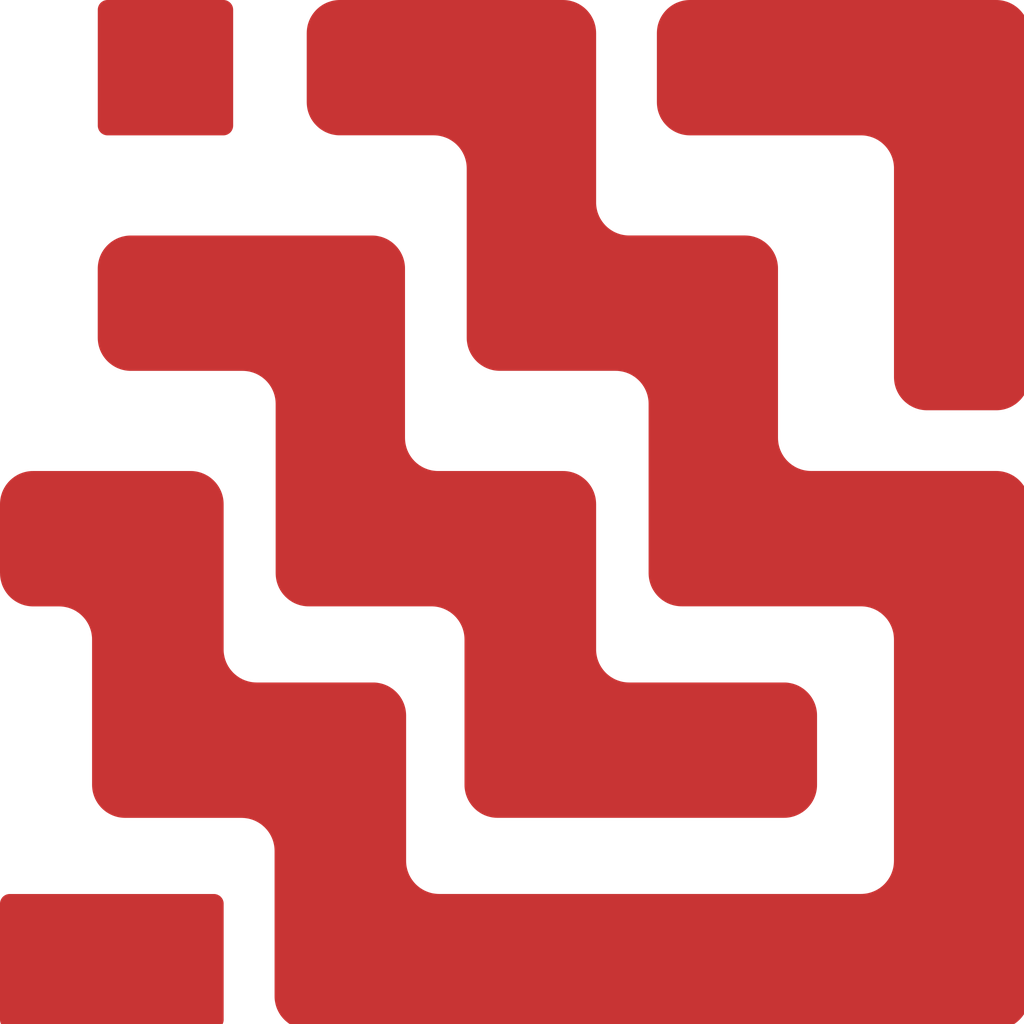
<source format=kicad_pcb>
(kicad_pcb (version 20241229) (generator "pcbnew") (generator_version "9.0")
  (layers (0 "F.Cu" signal) (2 "B.Cu" signal) (13 "F.Paste" user) (15 "B.Paste" user) (5 "F.SilkS" user "F.Silkscreen") (7 "B.SilkS" user "B.Silkscreen") (1 "F.Mask" user) (3 "B.Mask" user) (25 "Edge.Cuts" user))
  (net 0 "")
  (footprint "atopile_Logo_4x4mm:atopile_Logo_4x4mm" (layer "F.Cu") (at 0 0 0)
    (property "Reference" "LOGO1" (hide yes))
    (property "Value" "" (hide yes))
    (fp_poly (pts (xy -1 1.5) (xy -0.998085 1.500146) (xy -0.996198 1.500386) (xy -0.994341 1.500717) (xy -0.992517 1.501138) (xy -0.990728 1.501646) (xy -0.988976 1.502239) (xy -0.987264 1.502914) (xy -0.985594 1.503669) (xy -0.983968 1.504502) (xy -0.982389 1.50541) (xy -0.98086 1.50639) (xy -0.979382 1.507441) (xy -0.977957 1.508561) (xy -0.976589 1.509746) (xy -0.97528 1.510994) (xy -0.974031 1.512304) (xy -0.972846 1.513672) (xy -0.971727 1.515096) (xy -0.970676 1.516574) (xy -0.969695 1.518104) (xy -0.968787 1.519683) (xy -0.967955 1.521308) (xy -0.9672 1.522978) (xy -0.966525 1.524691) (xy -0.965932 1.526442) (xy -0.965424 1.528232) (xy -0.965003 1.530056) (xy -0.964671 1.531912) (xy -0.964431 1.533799) (xy -0.964286 1.535714) (xy -0.964237 1.537654) (xy -0.964237 1.986019) (xy -0.964286 1.98796) (xy -0.964431 1.989874) (xy -0.964671 1.991761) (xy -0.965003 1.993618) (xy -0.965424 1.995442) (xy -0.965932 1.997231) (xy -0.966525 1.998983) (xy -0.9672 2.000695) (xy -0.967955 2.002365) (xy -0.968787 2.003991) (xy -0.969695 2.00557) (xy -0.970676 2.0071) (xy -0.971727 2.008578) (xy -0.972846 2.010002) (xy -0.974031 2.01137) (xy -0.97528 2.01268) (xy -0.976589 2.013928) (xy -0.977957 2.015113) (xy -0.979382 2.016232) (xy -0.98086 2.017284) (xy -0.982389 2.018264) (xy -0.983968 2.019172) (xy -0.985594 2.020005) (xy -0.987264 2.02076) (xy -0.988976 2.021435) (xy -0.990728 2.022028) (xy -0.992517 2.022536) (xy -0.994341 2.022957) (xy -0.996198 2.023288) (xy -0.998085 2.023528) (xy -1 2.023673) (xy -1.00194 2.023723) (xy -1.792047 2.023723) (xy -1.793987 2.023673) (xy -1.795902 2.023528) (xy -1.797788 2.023288) (xy -1.799645 2.022957) (xy -1.801469 2.022536) (xy -1.803258 2.022028) (xy -1.80501 2.021435) (xy -1.806722 2.02076) (xy -1.808392 2.020005) (xy -1.810018 2.019172) (xy -1.811597 2.018264) (xy -1.813127 2.017284) (xy -1.814605 2.016232) (xy -1.816029 2.015113) (xy -1.817397 2.013928) (xy -1.818707 2.01268) (xy -1.819955 2.01137) (xy -1.82114 2.010002) (xy -1.822259 2.008578) (xy -1.823311 2.0071) (xy -1.824291 2.00557) (xy -1.825199 2.003991) (xy -1.826032 2.002365) (xy -1.826787 2.000695) (xy -1.827462 1.998983) (xy -1.828055 1.997231) (xy -1.828563 1.995442) (xy -1.828984 1.993618) (xy -1.829315 1.991761) (xy -1.829555 1.989874) (xy -1.829701 1.98796) (xy -1.82975 1.986019) (xy -1.82975 1.537654) (xy -1.829701 1.535714) (xy -1.829555 1.533799) (xy -1.829315 1.531912) (xy -1.828984 1.530056) (xy -1.828563 1.528232) (xy -1.828055 1.526442) (xy -1.827462 1.524691) (xy -1.826787 1.522978) (xy -1.826032 1.521308) (xy -1.825199 1.519683) (xy -1.824291 1.518104) (xy -1.823311 1.516574) (xy -1.822259 1.515096) (xy -1.82114 1.513672) (xy -1.819955 1.512304) (xy -1.818707 1.510994) (xy -1.817397 1.509746) (xy -1.816029 1.508561) (xy -1.814605 1.507441) (xy -1.813127 1.50639) (xy -1.811597 1.50541) (xy -1.810018 1.504502) (xy -1.808392 1.503669) (xy -1.806722 1.502914) (xy -1.80501 1.502239) (xy -1.803258 1.501646) (xy -1.801469 1.501138) (xy -1.799645 1.500717) (xy -1.797788 1.500386) (xy -1.795901 1.500146) (xy -1.793987 1.5) (xy -1.792047 1.499951) (xy -1.00194 1.499951)) (fill yes) (layers "F.Cu" "F.Mask"))
    (fp_poly (pts (xy -0.963353 -1.959337) (xy -0.961438 -1.959191) (xy -0.959551 -1.958952) (xy -0.957694 -1.95862) (xy -0.95587 -1.958199) (xy -0.954081 -1.957691) (xy -0.952329 -1.957098) (xy -0.950617 -1.956423) (xy -0.948947 -1.955668) (xy -0.947321 -1.954835) (xy -0.945742 -1.953928) (xy -0.944213 -1.952947) (xy -0.942734 -1.951896) (xy -0.94131 -1.950776) (xy -0.939942 -1.949591) (xy -0.938633 -1.948343) (xy -0.937384 -1.947034) (xy -0.936199 -1.945666) (xy -0.93508 -1.944241) (xy -0.934029 -1.942763) (xy -0.933048 -1.941233) (xy -0.93214 -1.939654) (xy -0.931308 -1.938029) (xy -0.930552 -1.936359) (xy -0.929877 -1.934647) (xy -0.929285 -1.932895) (xy -0.928777 -1.931106) (xy -0.928356 -1.929281) (xy -0.928024 -1.927425) (xy -0.927784 -1.925538) (xy -0.927639 -1.923623) (xy -0.92759 -1.921683) (xy -0.92759 -1.473317) (xy -0.927639 -1.471377) (xy -0.927784 -1.469462) (xy -0.928024 -1.467576) (xy -0.928356 -1.465719) (xy -0.928777 -1.463895) (xy -0.929285 -1.462106) (xy -0.929877 -1.460354) (xy -0.930553 -1.458642) (xy -0.931308 -1.456972) (xy -0.93214 -1.455346) (xy -0.933048 -1.453767) (xy -0.934029 -1.452237) (xy -0.93508 -1.450759) (xy -0.936199 -1.449335) (xy -0.937384 -1.447967) (xy -0.938633 -1.446657) (xy -0.939942 -1.445409) (xy -0.94131 -1.444224) (xy -0.942734 -1.443105) (xy -0.944213 -1.442053) (xy -0.945742 -1.441073) (xy -0.947321 -1.440165) (xy -0.948947 -1.439332) (xy -0.950617 -1.438577) (xy -0.952329 -1.437902) (xy -0.954081 -1.437309) (xy -0.95587 -1.436801) (xy -0.957694 -1.43638) (xy -0.959551 -1.436049) (xy -0.961438 -1.435809) (xy -0.963353 -1.435663) (xy -0.965293 -1.435614) (xy -1.413658 -1.435614) (xy -1.415598 -1.435663) (xy -1.417513 -1.435809) (xy -1.4194 -1.436049) (xy -1.421257 -1.43638) (xy -1.423081 -1.436801) (xy -1.42487 -1.437309) (xy -1.426622 -1.437902) (xy -1.428334 -1.438577) (xy -1.430004 -1.439332) (xy -1.43163 -1.440165) (xy -1.433209 -1.441073) (xy -1.434738 -1.442053) (xy -1.436217 -1.443105) (xy -1.437641 -1.444224) (xy -1.439009 -1.445409) (xy -1.440318 -1.446657) (xy -1.441567 -1.447967) (xy -1.442752 -1.449335) (xy -1.443871 -1.450759) (xy -1.444922 -1.452237) (xy -1.445903 -1.453767) (xy -1.446811 -1.455346) (xy -1.447643 -1.456972) (xy -1.448398 -1.458642) (xy -1.449074 -1.460354) (xy -1.449666 -1.462106) (xy -1.450174 -1.463895) (xy -1.450595 -1.465719) (xy -1.450927 -1.467576) (xy -1.451167 -1.469462) (xy -1.451312 -1.471377) (xy -1.451361 -1.473317) (xy -1.451361 -1.921683) (xy -1.451312 -1.923623) (xy -1.451167 -1.925538) (xy -1.450927 -1.927425) (xy -1.450595 -1.929281) (xy -1.450174 -1.931106) (xy -1.449666 -1.932895) (xy -1.449074 -1.934647) (xy -1.448398 -1.936359) (xy -1.447643 -1.938029) (xy -1.446811 -1.939654) (xy -1.445903 -1.941233) (xy -1.444922 -1.942763) (xy -1.443871 -1.944241) (xy -1.442752 -1.945666) (xy -1.441567 -1.947034) (xy -1.440318 -1.948343) (xy -1.439009 -1.949591) (xy -1.437641 -1.950776) (xy -1.436217 -1.951896) (xy -1.434738 -1.952947) (xy -1.433209 -1.953928) (xy -1.43163 -1.954835) (xy -1.430004 -1.955668) (xy -1.428334 -1.956423) (xy -1.426622 -1.957098) (xy -1.42487 -1.957691) (xy -1.423081 -1.958199) (xy -1.421257 -1.95862) (xy -1.4194 -1.958952) (xy -1.417513 -1.959191) (xy -1.415598 -1.959337) (xy -1.413658 -1.959386) (xy -0.965293 -1.959386)) (fill yes) (layers "F.Cu" "F.Mask"))
    (fp_poly (pts (xy 2.031772 -1.959219) (xy 2.038289 -1.958723) (xy 2.04471 -1.957907) (xy 2.051027 -1.956779) (xy 2.057233 -1.955346) (xy 2.063319 -1.953617) (xy 2.069278 -1.9516) (xy 2.075101 -1.949303) (xy 2.080781 -1.946734) (xy 2.086309 -1.943901) (xy 2.091677 -1.940812) (xy 2.096878 -1.937475) (xy 2.101903 -1.933899) (xy 2.106744 -1.930092) (xy 2.111394 -1.926061) (xy 2.115844 -1.921815) (xy 2.120086 -1.917361) (xy 2.124113 -1.912709) (xy 2.127916 -1.907865) (xy 2.131488 -1.902839) (xy 2.13482 -1.897637) (xy 2.137904 -1.892269) (xy 2.140732 -1.886742) (xy 2.143297 -1.881065) (xy 2.145589 -1.875245) (xy 2.147603 -1.869291) (xy 2.149328 -1.86321) (xy 2.150758 -1.857011) (xy 2.151883 -1.850702) (xy 2.152698 -1.844291) (xy 2.153192 -1.837786) (xy 2.153359 -1.831195) (xy 2.153359 -0.499974) (xy 2.153192 -0.493369) (xy 2.152696 -0.486853) (xy 2.15188 -0.480432) (xy 2.150751 -0.474115) (xy 2.149319 -0.467909) (xy 2.14759 -0.461822) (xy 2.145572 -0.455864) (xy 2.143275 -0.450041) (xy 2.140706 -0.444361) (xy 2.137873 -0.438833) (xy 2.134784 -0.433465) (xy 2.131448 -0.428264) (xy 2.127872 -0.423239) (xy 2.124064 -0.418397) (xy 2.120034 -0.413748) (xy 2.115787 -0.409298) (xy 2.111334 -0.405055) (xy 2.106681 -0.401028) (xy 2.101838 -0.397225) (xy 2.096811 -0.393654) (xy 2.09161 -0.390322) (xy 2.086242 -0.387238) (xy 2.080715 -0.38441) (xy 2.075037 -0.381845) (xy 2.069217 -0.379552) (xy 2.063263 -0.377539) (xy 2.057183 -0.375813) (xy 2.050984 -0.374384) (xy 2.044675 -0.373258) (xy 2.038264 -0.372444) (xy 2.031759 -0.371949) (xy 2.025168 -0.371783) (xy 1.757777 -0.371783) (xy 1.751173 -0.37195) (xy 1.744657 -0.372445) (xy 1.738236 -0.373262) (xy 1.731918 -0.37439) (xy 1.725712 -0.375823) (xy 1.719626 -0.377552) (xy 1.713667 -0.379569) (xy 1.707844 -0.381866) (xy 1.702165 -0.384435) (xy 1.696637 -0.387268) (xy 1.691269 -0.390357) (xy 1.686068 -0.393693) (xy 1.681043 -0.397269) (xy 1.676201 -0.401077) (xy 1.671552 -0.405108) (xy 1.667101 -0.409354) (xy 1.662859 -0.413808) (xy 1.658832 -0.41846) (xy 1.655029 -0.423304) (xy 1.651458 -0.42833) (xy 1.648126 -0.433532) (xy 1.645042 -0.4389) (xy 1.642214 -0.444427) (xy 1.639649 -0.450104) (xy 1.637356 -0.455924) (xy 1.635343 -0.461878) (xy 1.633617 -0.467959) (xy 1.632188 -0.474158) (xy 1.631062 -0.480467) (xy 1.630248 -0.486878) (xy 1.629753 -0.493383) (xy 1.629587 -0.499974) (xy 1.629587 -1.307424) (xy 1.62942 -1.314028) (xy 1.628924 -1.320544) (xy 1.628108 -1.326965) (xy 1.62698 -1.333283) (xy 1.625547 -1.339489) (xy 1.623818 -1.345575) (xy 1.621801 -1.351534) (xy 1.619504 -1.357357) (xy 1.616935 -1.363036) (xy 1.614102 -1.368564) (xy 1.611013 -1.373933) (xy 1.607676 -1.379133) (xy 1.6041 -1.384158) (xy 1.600293 -1.389) (xy 1.596262 -1.39365) (xy 1.592016 -1.3981) (xy 1.587562 -1.402342) (xy 1.58291 -1.406369) (xy 1.578066 -1.410172) (xy 1.57304 -1.413744) (xy 1.567838 -1.417075) (xy 1.56247 -1.420159) (xy 1.556943 -1.422988) (xy 1.551266 -1.425552) (xy 1.545446 -1.427845) (xy 1.539491 -1.429858) (xy 1.533411 -1.431584) (xy 1.527212 -1.433013) (xy 1.520903 -1.434139) (xy 1.514492 -1.434953) (xy 1.507987 -1.435448) (xy 1.501396 -1.435614) (xy 0.840234 -1.435614) (xy 0.83363 -1.435781) (xy 0.827114 -1.436277) (xy 0.820693 -1.437093) (xy 0.814375 -1.438221) (xy 0.808169 -1.439654) (xy 0.802083 -1.441383) (xy 0.796124 -1.4434) (xy 0.790301 -1.445698) (xy 0.784622 -1.448267) (xy 0.779094 -1.4511) (xy 0.773725 -1.454188) (xy 0.768525 -1.457525) (xy 0.7635 -1.461101) (xy 0.758658 -1.464908) (xy 0.754008 -1.468939) (xy 0.749558 -1.473185) (xy 0.745316 -1.477639) (xy 0.741289 -1.482291) (xy 0.737486 -1.487135) (xy 0.733914 -1.492162) (xy 0.730583 -1.497363) (xy 0.727499 -1.502731) (xy 0.72467 -1.508258) (xy 0.722106 -1.513935) (xy 0.719813 -1.519755) (xy 0.7178 -1.52571) (xy 0.716074 -1.53179) (xy 0.714645 -1.537989) (xy 0.713519 -1.544298) (xy 0.712705 -1.550709) (xy 0.71221 -1.557214) (xy 0.712044 -1.563805) (xy 0.712044 -1.831195) (xy 0.712211 -1.837799) (xy 0.712706 -1.844316) (xy 0.713522 -1.850737) (xy 0.714651 -1.857054) (xy 0.716084 -1.86326) (xy 0.717813 -1.869347) (xy 0.71983 -1.875305) (xy 0.722127 -1.881128) (xy 0.724696 -1.886808) (xy 0.727529 -1.892336) (xy 0.730618 -1.897704) (xy 0.733954 -1.902905) (xy 0.73753 -1.90793) (xy 0.741338 -1.912771) (xy 0.745369 -1.917421) (xy 0.749615 -1.921871) (xy 0.754068 -1.926114) (xy 0.758721 -1.930141) (xy 0.763564 -1.933944) (xy 0.768591 -1.937515) (xy 0.773792 -1.940847) (xy 0.779161 -1.943931) (xy 0.784687 -1.946759) (xy 0.790365 -1.949324) (xy 0.796185 -1.951617) (xy 0.802139 -1.95363) (xy 0.80822 -1.955355) (xy 0.814418 -1.956785) (xy 0.820727 -1.957911) (xy 0.827138 -1.958725) (xy 0.833643 -1.959219) (xy 0.840234 -1.959386) (xy 2.025168 -1.959386)) (fill yes) (layers "F.Cu" "F.Mask"))
    (fp_poly (pts (xy -0.384093 -1.047859) (xy -0.377577 -1.047363) (xy -0.371156 -1.046547) (xy -0.364838 -1.045419) (xy -0.358632 -1.043986) (xy -0.352546 -1.042257) (xy -0.346587 -1.04024) (xy -0.340764 -1.037943) (xy -0.335085 -1.035374) (xy -0.329557 -1.032541) (xy -0.324188 -1.029452) (xy -0.318988 -1.026115) (xy -0.313963 -1.022539) (xy -0.309121 -1.018732) (xy -0.304471 -1.014701) (xy -0.300021 -1.010455) (xy -0.295779 -1.006001) (xy -0.291752 -1.001349) (xy -0.287949 -0.996505) (xy -0.284377 -0.991479) (xy -0.281046 -0.986277) (xy -0.277962 -0.980909) (xy -0.275133 -0.975382) (xy -0.272569 -0.969705) (xy -0.270276 -0.963885) (xy -0.268263 -0.957931) (xy -0.266537 -0.95185) (xy -0.265108 -0.945651) (xy -0.263982 -0.939342) (xy -0.263167 -0.932931) (xy -0.262673 -0.926426) (xy -0.262507 -0.919835) (xy -0.262507 -0.265008) (xy -0.26234 -0.258404) (xy -0.261844 -0.251887) (xy -0.261028 -0.245466) (xy -0.259899 -0.239149) (xy -0.258467 -0.232943) (xy -0.256738 -0.226856) (xy -0.254721 -0.220898) (xy -0.252423 -0.215075) (xy -0.249854 -0.209395) (xy -0.247021 -0.203867) (xy -0.243933 -0.198499) (xy -0.240596 -0.193298) (xy -0.23702 -0.188273) (xy -0.233213 -0.183432) (xy -0.229182 -0.178782) (xy -0.224935 -0.174332) (xy -0.220482 -0.170089) (xy -0.215829 -0.166062) (xy -0.210986 -0.162259) (xy -0.205959 -0.158688) (xy -0.200758 -0.155356) (xy -0.19539 -0.152272) (xy -0.189863 -0.149444) (xy -0.184185 -0.146879) (xy -0.178366 -0.144586) (xy -0.172411 -0.142573) (xy -0.166331 -0.140848) (xy -0.160132 -0.139418) (xy -0.153823 -0.138292) (xy -0.147412 -0.137478) (xy -0.140907 -0.136984) (xy -0.134316 -0.136817) (xy 0.348736 -0.136817) (xy 0.35534 -0.13665) (xy 0.361857 -0.136154) (xy 0.368278 -0.135338) (xy 0.374595 -0.13421) (xy 0.380801 -0.132777) (xy 0.386888 -0.131048) (xy 0.392846 -0.129031) (xy 0.398669 -0.126734) (xy 0.404349 -0.124165) (xy 0.409877 -0.121332) (xy 0.415245 -0.118243) (xy 0.420446 -0.114906) (xy 0.425471 -0.11133) (xy 0.430312 -0.107523) (xy 0.434962 -0.103492) (xy 0.439412 -0.099246) (xy 0.443655 -0.094792) (xy 0.447682 -0.09014) (xy 0.451485 -0.085296) (xy 0.455056 -0.08027) (xy 0.458388 -0.075068) (xy 0.461472 -0.0697) (xy 0.4643 -0.064173) (xy 0.466865 -0.058496) (xy 0.469158 -0.052676) (xy 0.471171 -0.046722) (xy 0.472896 -0.040641) (xy 0.474326 -0.034442) (xy 0.475452 -0.028133) (xy 0.476266 -0.021722) (xy 0.47676 -0.015217) (xy 0.476927 -0.008626) (xy 0.476927 0.553301) (xy 0.477094 0.559905) (xy 0.47759 0.566421) (xy 0.478406 0.572842) (xy 0.479534 0.57916) (xy 0.480967 0.585366) (xy 0.482696 0.591452) (xy 0.484713 0.597411) (xy 0.48701 0.603234) (xy 0.489579 0.608913) (xy 0.492412 0.614441) (xy 0.495501 0.61981) (xy 0.498837 0.62501) (xy 0.502414 0.630036) (xy 0.506221 0.634877) (xy 0.510252 0.639527) (xy 0.514498 0.643977) (xy 0.518952 0.648219) (xy 0.523604 0.652246) (xy 0.528448 0.656049) (xy 0.533474 0.659621) (xy 0.538676 0.662952) (xy 0.544044 0.666037) (xy 0.549571 0.668865) (xy 0.555248 0.671429) (xy 0.561068 0.673722) (xy 0.567022 0.675736) (xy 0.573103 0.677461) (xy 0.579302 0.678891) (xy 0.585611 0.680016) (xy 0.592022 0.680831) (xy 0.598527 0.681325) (xy 0.605118 0.681492) (xy 1.203692 0.681492) (xy 1.210297 0.681658) (xy 1.216813 0.682154) (xy 1.223234 0.68297) (xy 1.229551 0.684099) (xy 1.235757 0.685531) (xy 1.241844 0.68726) (xy 1.247802 0.689278) (xy 1.253626 0.691575) (xy 1.259305 0.694144) (xy 1.264833 0.696977) (xy 1.270201 0.700066) (xy 1.275402 0.703402) (xy 1.280427 0.706978) (xy 1.285269 0.710786) (xy 1.289918 0.714816) (xy 1.294368 0.719063) (xy 1.298611 0.723516) (xy 1.302638 0.728169) (xy 1.306441 0.733012) (xy 1.310012 0.738039) (xy 1.313344 0.74324) (xy 1.316428 0.748608) (xy 1.319256 0.754135) (xy 1.321821 0.759813) (xy 1.324114 0.765633) (xy 1.326127 0.771587) (xy 1.327852 0.777668) (xy 1.329282 0.783866) (xy 1.330408 0.790175) (xy 1.331222 0.796586) (xy 1.331717 0.803091) (xy 1.331883 0.809682) (xy 1.331883 1.077073) (xy 1.331716 1.083677) (xy 1.331221 1.090193) (xy 1.330404 1.096614) (xy 1.329276 1.102932) (xy 1.327843 1.109138) (xy 1.326114 1.115224) (xy 1.324097 1.121183) (xy 1.3218 1.127006) (xy 1.319231 1.132685) (xy 1.316398 1.138213) (xy 1.313309 1.143582) (xy 1.309973 1.148782) (xy 1.306397 1.153807) (xy 1.302589 1.158649) (xy 1.298558 1.163299) (xy 1.294312 1.167749) (xy 1.289859 1.171991) (xy 1.285206 1.176018) (xy 1.280362 1.179821) (xy 1.275336 1.183393) (xy 1.270134 1.186724) (xy 1.264766 1.189808) (xy 1.259239 1.192637) (xy 1.253562 1.195201) (xy 1.247742 1.197494) (xy 1.241788 1.199507) (xy 1.235707 1.201233) (xy 1.229508 1.202662) (xy 1.223199 1.203788) (xy 1.216788 1.204602) (xy 1.210283 1.205097) (xy 1.203692 1.205263) (xy 0.095824 1.205263) (xy 0.08922 1.205096) (xy 0.082703 1.204601) (xy 0.076282 1.203785) (xy 0.069965 1.202656) (xy 0.063759 1.201223) (xy 0.057673 1.199494) (xy 0.051714 1.197477) (xy 0.045891 1.19518) (xy 0.040211 1.192611) (xy 0.034683 1.189778) (xy 0.029315 1.186689) (xy 0.024114 1.183353) (xy 0.019089 1.179777) (xy 0.014248 1.175969) (xy 0.009598 1.171938) (xy 0.005148 1.167692) (xy 0.000905 1.163239) (xy -0.003121 1.158586) (xy -0.006924 1.153743) (xy -0.010496 1.148716) (xy -0.013828 1.143515) (xy -0.016912 1.138146) (xy -0.01974 1.13262) (xy -0.022305 1.126942) (xy -0.024598 1.121122) (xy -0.026611 1.115168) (xy -0.028336 1.109087) (xy -0.029766 1.102888) (xy -0.030892 1.096579) (xy -0.031706 1.090168) (xy -0.0322 1.083664) (xy -0.032367 1.077073) (xy -0.032367 0.515145) (xy -0.032534 0.508541) (xy -0.033029 0.502025) (xy -0.033845 0.495604) (xy -0.034974 0.489286) (xy -0.036407 0.48308) (xy -0.038136 0.476994) (xy -0.040153 0.471035) (xy -0.04245 0.465212) (xy -0.045019 0.459533) (xy -0.047852 0.454005) (xy -0.050941 0.448637) (xy -0.054277 0.443436) (xy -0.057853 0.438411) (xy -0.061661 0.433569) (xy -0.065692 0.42892) (xy -0.069938 0.424469) (xy -0.074391 0.420227) (xy -0.079044 0.4162) (xy -0.083887 0.412397) (xy -0.088914 0.408826) (xy -0.094115 0.405494) (xy -0.099484 0.40241) (xy -0.10501 0.399581) (xy -0.110688 0.397017) (xy -0.116508 0.394724) (xy -0.122462 0.392711) (xy -0.128543 0.390985) (xy -0.134742 0.389556) (xy -0.141051 0.38843) (xy -0.147462 0.387616) (xy -0.153966 0.387121) (xy -0.160557 0.386955) (xy -0.634863 0.386955) (xy -0.641467 0.386788) (xy -0.647983 0.386292) (xy -0.654404 0.385476) (xy -0.660722 0.384348) (xy -0.666928 0.382915) (xy -0.673014 0.381186) (xy -0.678973 0.379169) (xy -0.684796 0.376871) (xy -0.690475 0.374302) (xy -0.696003 0.371469) (xy -0.701372 0.368381) (xy -0.706572 0.365044) (xy -0.711597 0.361468) (xy -0.716439 0.357661) (xy -0.721089 0.35363) (xy -0.725539 0.349384) (xy -0.729781 0.34493) (xy -0.733808 0.340278) (xy -0.737611 0.335434) (xy -0.741183 0.330407) (xy -0.744514 0.325206) (xy -0.747598 0.319838) (xy -0.750427 0.314311) (xy -0.752991 0.308634) (xy -0.755284 0.302814) (xy -0.757297 0.296859) (xy -0.759023 0.290779) (xy -0.760452 0.28458) (xy -0.761578 0.278271) (xy -0.762392 0.27186) (xy -0.762887 0.265355) (xy -0.763053 0.258764) (xy -0.763053 -0.396064) (xy -0.76322 -0.402668) (xy -0.763716 -0.409184) (xy -0.764532 -0.415605) (xy -0.76566 -0.421923) (xy -0.767093 -0.428129) (xy -0.768822 -0.434215) (xy -0.770839 -0.440174) (xy -0.773136 -0.445997) (xy -0.775706 -0.451676) (xy -0.778539 -0.457204) (xy -0.781627 -0.462573) (xy -0.784964 -0.467773) (xy -0.78854 -0.472798) (xy -0.792347 -0.47764) (xy -0.796378 -0.48229) (xy -0.800624 -0.48674) (xy -0.805078 -0.490982) (xy -0.80973 -0.495009) (xy -0.814574 -0.498812) (xy -0.819601 -0.502384) (xy -0.824802 -0.505715) (xy -0.83017 -0.508799) (xy -0.835697 -0.511628) (xy -0.841374 -0.514192) (xy -0.847194 -0.516485) (xy -0.853149 -0.518498) (xy -0.859229 -0.520224) (xy -0.865428 -0.521653) (xy -0.871737 -0.522779) (xy -0.878148 -0.523593) (xy -0.884653 -0.524088) (xy -0.891244 -0.524254) (xy -1.323322 -0.524254) (xy -1.329926 -0.524421) (xy -1.336442 -0.524917) (xy -1.342863 -0.525733) (xy -1.349181 -0.526861) (xy -1.355387 -0.528294) (xy -1.361473 -0.530023) (xy -1.367432 -0.53204) (xy -1.373255 -0.534337) (xy -1.378934 -0.536907) (xy -1.384462 -0.53974) (xy -1.389831 -0.542828) (xy -1.395031 -0.546165) (xy -1.400056 -0.549741) (xy -1.404898 -0.553548) (xy -1.409548 -0.557579) (xy -1.413998 -0.561825) (xy -1.41824 -0.566279) (xy -1.422267 -0.570931) (xy -1.42607 -0.575775) (xy -1.429642 -0.580802) (xy -1.432973 -0.586003) (xy -1.436057 -0.591371) (xy -1.438886 -0.596898) (xy -1.44145 -0.602575) (xy -1.443743 -0.608395) (xy -1.445756 -0.61435) (xy -1.447482 -0.62043) (xy -1.448911 -0.626629) (xy -1.450037 -0.632938) (xy -1.450851 -0.639349) (xy -1.451346 -0.645854) (xy -1.451512 -0.652445) (xy -1.451512 -0.919835) (xy -1.451345 -0.926439) (xy -1.45085 -0.932956) (xy -1.450034 -0.939377) (xy -1.448905 -0.945694) (xy -1.447472 -0.9519) (xy -1.445743 -0.957987) (xy -1.443726 -0.963945) (xy -1.441429 -0.969768) (xy -1.43886 -0.975448) (xy -1.436027 -0.980976) (xy -1.432938 -0.986344) (xy -1.429602 -0.991545) (xy -1.426026 -0.99657) (xy -1.422218 -1.001411) (xy -1.418187 -1.006061) (xy -1.413941 -1.010511) (xy -1.409488 -1.014754) (xy -1.404835 -1.018781) (xy -1.399991 -1.022584) (xy -1.394965 -1.026155) (xy -1.389764 -1.029487) (xy -1.384395 -1.032571) (xy -1.378869 -1.035399) (xy -1.373191 -1.037964) (xy -1.367371 -1.040257) (xy -1.361417 -1.04227) (xy -1.355336 -1.043995) (xy -1.349137 -1.045425) (xy -1.342828 -1.046551) (xy -1.336417 -1.047365) (xy -1.329912 -1.047859) (xy -1.323322 -1.048026) (xy -0.390697 -1.048026)) (fill yes) (layers "F.Cu" "F.Mask"))
    (fp_poly (pts (xy 0.35534 -1.959219) (xy 0.361857 -1.958723) (xy 0.368278 -1.957907) (xy 0.374595 -1.956779) (xy 0.380801 -1.955346) (xy 0.386888 -1.953617) (xy 0.392846 -1.9516) (xy 0.398669 -1.949303) (xy 0.404349 -1.946734) (xy 0.409877 -1.943901) (xy 0.415245 -1.940812) (xy 0.420446 -1.937475) (xy 0.425471 -1.933899) (xy 0.430312 -1.930092) (xy 0.434962 -1.926061) (xy 0.439412 -1.921815) (xy 0.443655 -1.917361) (xy 0.447682 -1.912709) (xy 0.451485 -1.907865) (xy 0.455056 -1.902839) (xy 0.458388 -1.897637) (xy 0.461472 -1.892269) (xy 0.4643 -1.886742) (xy 0.466865 -1.881065) (xy 0.469158 -1.875245) (xy 0.471171 -1.869291) (xy 0.472896 -1.86321) (xy 0.474326 -1.857011) (xy 0.475452 -1.850702) (xy 0.476266 -1.844291) (xy 0.47676 -1.837786) (xy 0.476927 -1.831195) (xy 0.476927 -1.176368) (xy 0.477094 -1.169763) (xy 0.47759 -1.163247) (xy 0.478406 -1.156826) (xy 0.479534 -1.150509) (xy 0.480967 -1.144303) (xy 0.482696 -1.138216) (xy 0.484713 -1.132258) (xy 0.48701 -1.126434) (xy 0.489579 -1.120755) (xy 0.492412 -1.115227) (xy 0.495501 -1.109859) (xy 0.498837 -1.104658) (xy 0.502414 -1.099633) (xy 0.506221 -1.094791) (xy 0.510252 -1.090142) (xy 0.514498 -1.085692) (xy 0.518952 -1.081449) (xy 0.523604 -1.077422) (xy 0.528448 -1.073619) (xy 0.533474 -1.070048) (xy 0.538676 -1.066716) (xy 0.544044 -1.063632) (xy 0.549571 -1.060804) (xy 0.555248 -1.058239) (xy 0.561068 -1.055946) (xy 0.567022 -1.053933) (xy 0.573103 -1.052208) (xy 0.579302 -1.050778) (xy 0.585611 -1.049652) (xy 0.592022 -1.048838) (xy 0.598527 -1.048343) (xy 0.605118 -1.048177) (xy 1.052578 -1.048177) (xy 1.059182 -1.04801) (xy 1.065699 -1.047514) (xy 1.07212 -1.046698) (xy 1.078437 -1.04557) (xy 1.084643 -1.044137) (xy 1.090729 -1.042408) (xy 1.096688 -1.040391) (xy 1.102511 -1.038094) (xy 1.108191 -1.035525) (xy 1.113719 -1.032692) (xy 1.119087 -1.029603) (xy 1.124288 -1.026266) (xy 1.129313 -1.02269) (xy 1.134154 -1.018883) (xy 1.138804 -1.014852) (xy 1.143254 -1.010606) (xy 1.147497 -1.006152) (xy 1.151524 -1.0015) (xy 1.155327 -0.996656) (xy 1.158898 -0.99163) (xy 1.16223 -0.986428) (xy 1.165314 -0.98106) (xy 1.168142 -0.975533) (xy 1.170707 -0.969856) (xy 1.173 -0.964036) (xy 1.175013 -0.958082) (xy 1.176738 -0.952001) (xy 1.178168 -0.945802) (xy 1.179294 -0.939493) (xy 1.180108 -0.933082) (xy 1.180602 -0.926577) (xy 1.180769 -0.919986) (xy 1.180769 -0.265158) (xy 1.180936 -0.258554) (xy 1.181431 -0.252038) (xy 1.182247 -0.245617) (xy 1.183376 -0.239299) (xy 1.184809 -0.233094) (xy 1.186538 -0.227007) (xy 1.188555 -0.221049) (xy 1.190852 -0.215225) (xy 1.193421 -0.209546) (xy 1.196254 -0.204018) (xy 1.199343 -0.19865) (xy 1.202679 -0.193449) (xy 1.206255 -0.188424) (xy 1.210063 -0.183582) (xy 1.214094 -0.178933) (xy 1.21834 -0.174483) (xy 1.222793 -0.17024) (xy 1.227446 -0.166213) (xy 1.23229 -0.16241) (xy 1.237316 -0.158839) (xy 1.242518 -0.155507) (xy 1.247886 -0.152423) (xy 1.253413 -0.149595) (xy 1.25909 -0.14703) (xy 1.26491 -0.144737) (xy 1.270864 -0.142724) (xy 1.276945 -0.140998) (xy 1.283144 -0.139569) (xy 1.289453 -0.138443) (xy 1.295864 -0.137629) (xy 1.302369 -0.137134) (xy 1.308959 -0.136968) (xy 2.025017 -0.136968) (xy 2.031621 -0.136801) (xy 2.038138 -0.136305) (xy 2.044559 -0.135489) (xy 2.050876 -0.134361) (xy 2.057082 -0.132928) (xy 2.063168 -0.131199) (xy 2.069127 -0.129182) (xy 2.07495 -0.126885) (xy 2.08063 -0.124316) (xy 2.086158 -0.121483) (xy 2.091526 -0.118394) (xy 2.096727 -0.115057) (xy 2.101752 -0.111481) (xy 2.106593 -0.107674) (xy 2.111243 -0.103643) (xy 2.115693 -0.099397) (xy 2.119936 -0.094943) (xy 2.123962 -0.090291) (xy 2.127765 -0.085447) (xy 2.131337 -0.080421) (xy 2.134669 -0.075219) (xy 2.137753 -0.069851) (xy 2.140581 -0.064324) (xy 2.143146 -0.058647) (xy 2.145438 -0.052827) (xy 2.147452 -0.046872) (xy 2.149177 -0.040792) (xy 2.150607 -0.034593) (xy 2.151733 -0.028284) (xy 2.152547 -0.021873) (xy 2.153041 -0.015368) (xy 2.153208 -0.008777) (xy 2.153208 1.895532) (xy 2.153041 1.902136) (xy 2.152545 1.908653) (xy 2.151729 1.915074) (xy 2.150601 1.921391) (xy 2.149168 1.927597) (xy 2.147439 1.933683) (xy 2.145422 1.939642) (xy 2.143124 1.945465) (xy 2.140555 1.951145) (xy 2.137722 1.956673) (xy 2.134633 1.962041) (xy 2.131297 1.967242) (xy 2.127721 1.972267) (xy 2.123914 1.977108) (xy 2.119883 1.981758) (xy 2.115636 1.986208) (xy 2.111183 1.99045) (xy 2.10653 1.994477) (xy 2.101687 1.99828) (xy 2.09666 2.001852) (xy 2.091459 2.005184) (xy 2.086091 2.008268) (xy 2.080564 2.011096) (xy 2.074886 2.013661) (xy 2.069066 2.015953) (xy 2.063112 2.017967) (xy 2.057031 2.019692) (xy 2.050833 2.021122) (xy 2.044524 2.022247) (xy 2.038113 2.023062) (xy 2.031608 2.023556) (xy 2.025017 2.023723) (xy -0.639085 2.023723) (xy -0.645689 2.023556) (xy -0.652206 2.02306) (xy -0.658627 2.022244) (xy -0.664944 2.021115) (xy -0.67115 2.019683) (xy -0.677237 2.017954) (xy -0.683195 2.015936) (xy -0.689018 2.013639) (xy -0.694698 2.01107) (xy -0.700226 2.008237) (xy -0.705594 2.005148) (xy -0.710795 2.001812) (xy -0.71582 1.998236) (xy -0.720661 1.994428) (xy -0.725311 1.990398) (xy -0.729761 1.986151) (xy -0.734004 1.981698) (xy -0.738031 1.977045) (xy -0.741834 1.972202) (xy -0.745405 1.967175) (xy -0.748737 1.961974) (xy -0.751821 1.956606) (xy -0.754649 1.951079) (xy -0.757214 1.945401) (xy -0.759507 1.939581) (xy -0.76152 1.933627) (xy -0.763245 1.927547) (xy -0.764675 1.921348) (xy -0.765801 1.915039) (xy -0.766615 1.908628) (xy -0.767109 1.902123) (xy -0.767276 1.895532) (xy -0.767276 1.333605) (xy -0.767443 1.327001) (xy -0.767939 1.320484) (xy -0.768755 1.314063) (xy -0.769883 1.307746) (xy -0.771316 1.30154) (xy -0.773045 1.295453) (xy -0.775062 1.289495) (xy -0.777359 1.283672) (xy -0.779928 1.277992) (xy -0.782761 1.272464) (xy -0.78585 1.267096) (xy -0.789187 1.261895) (xy -0.792763 1.25687) (xy -0.79657 1.252029) (xy -0.800601 1.247379) (xy -0.804847 1.242929) (xy -0.809301 1.238686) (xy -0.813953 1.234659) (xy -0.818797 1.230856) (xy -0.823823 1.227285) (xy -0.829025 1.223953) (xy -0.834393 1.220869) (xy -0.83992 1.218041) (xy -0.845597 1.215476) (xy -0.851417 1.213183) (xy -0.857371 1.21117) (xy -0.863452 1.209445) (xy -0.869651 1.208015) (xy -0.87596 1.206889) (xy -0.882371 1.206075) (xy -0.888876 1.205581) (xy -0.895467 1.205414) (xy -1.34534 1.205414) (xy -1.351944 1.205247) (xy -1.358461 1.204751) (xy -1.364882 1.203935) (xy -1.371199 1.202807) (xy -1.377405 1.201374) (xy -1.383492 1.199645) (xy -1.38945 1.197628) (xy -1.395273 1.195331) (xy -1.400953 1.192762) (xy -1.406481 1.189929) (xy -1.411849 1.18684) (xy -1.41705 1.183504) (xy -1.422075 1.179927) (xy -1.426916 1.17612) (xy -1.431566 1.172089) (xy -1.436016 1.167843) (xy -1.440259 1.163389) (xy -1.444286 1.158737) (xy -1.448089 1.153893) (xy -1.45166 1.148867) (xy -1.454992 1.143665) (xy -1.458076 1.138297) (xy -1.460904 1.13277) (xy -1.463469 1.127093) (xy -1.465762 1.121273) (xy -1.467775 1.115319) (xy -1.4695 1.109238) (xy -1.47093 1.103039) (xy -1.472056 1.09673) (xy -1.47287 1.090319) (xy -1.473364 1.083814) (xy -1.473531 1.077223) (xy -1.473531 0.515296) (xy -1.473698 0.508692) (xy -1.474194 0.502176) (xy -1.47501 0.495755) (xy -1.476138 0.489437) (xy -1.477571 0.483231) (xy -1.4793 0.477145) (xy -1.481317 0.471186) (xy -1.483614 0.465363) (xy -1.486183 0.459684) (xy -1.489016 0.454156) (xy -1.492105 0.448787) (xy -1.495441 0.443587) (xy -1.499017 0.438562) (xy -1.502825 0.43372) (xy -1.506856 0.42907) (xy -1.511102 0.42462) (xy -1.515556 0.420378) (xy -1.520208 0.416351) (xy -1.525052 0.412548) (xy -1.530078 0.408976) (xy -1.53528 0.405645) (xy -1.540648 0.402561) (xy -1.546175 0.399732) (xy -1.551852 0.397168) (xy -1.557672 0.394875) (xy -1.563626 0.392862) (xy -1.569707 0.391136) (xy -1.575906 0.389707) (xy -1.582215 0.388581) (xy -1.588626 0.387767) (xy -1.595131 0.387272) (xy -1.601722 0.387106) (xy -1.701409 0.387106) (xy -1.708013 0.386939) (xy -1.714529 0.386443) (xy -1.72095 0.385627) (xy -1.727268 0.384498) (xy -1.733474 0.383066) (xy -1.73956 0.381337) (xy -1.745519 0.37932) (xy -1.751342 0.377022) (xy -1.757021 0.374453) (xy -1.762549 0.37162) (xy -1.767918 0.368531) (xy -1.773118 0.365195) (xy -1.778143 0.361619) (xy -1.782985 0.357812) (xy -1.787635 0.353781) (xy -1.792085 0.349534) (xy -1.796327 0.345081) (xy -1.800354 0.340428) (xy -1.804157 0.335585) (xy -1.807729 0.330558) (xy -1.81106 0.325357) (xy -1.814144 0.319989) (xy -1.816973 0.314462) (xy -1.819537 0.308784) (xy -1.82183 0.302964) (xy -1.823843 0.29701) (xy -1.825569 0.29093) (xy -1.826998 0.284731) (xy -1.828124 0.278422) (xy -1.828938 0.272011) (xy -1.829433 0.265506) (xy -1.829599 0.258915) (xy -1.82975 0.258764) (xy -1.82975 -0.008626) (xy -1.829583 -0.01523) (xy -1.829087 -0.021747) (xy -1.828271 -0.028168) (xy -1.827143 -0.034485) (xy -1.82571 -0.040691) (xy -1.823981 -0.046778) (xy -1.821964 -0.052736) (xy -1.819667 -0.058559) (xy -1.817098 -0.064239) (xy -1.814265 -0.069767) (xy -1.811176 -0.075135) (xy -1.807839 -0.080336) (xy -1.804263 -0.085361) (xy -1.800456 -0.090202) (xy -1.796425 -0.094852) (xy -1.792179 -0.099302) (xy -1.787725 -0.103545) (xy -1.783073 -0.107572) (xy -1.778229 -0.111375) (xy -1.773203 -0.114946) (xy -1.768001 -0.118278) (xy -1.762633 -0.121362) (xy -1.757106 -0.12419) (xy -1.751429 -0.126755) (xy -1.745609 -0.129048) (xy -1.739655 -0.131061) (xy -1.733574 -0.132786) (xy -1.727375 -0.134216) (xy -1.721066 -0.135342) (xy -1.714655 -0.136156) (xy -1.70815 -0.13665) (xy -1.701559 -0.136817) (xy -1.092579 -0.136817) (xy -1.085974 -0.13665) (xy -1.079458 -0.136154) (xy -1.073037 -0.135338) (xy -1.066719 -0.13421) (xy -1.060514 -0.132777) (xy -1.054427 -0.131048) (xy -1.048469 -0.129031) (xy -1.042645 -0.126734) (xy -1.036966 -0.124165) (xy -1.031438 -0.121332) (xy -1.02607 -0.118243) (xy -1.020869 -0.114906) (xy -1.015844 -0.11133) (xy -1.011002 -0.107523) (xy -1.006353 -0.103492) (xy -1.001903 -0.099246) (xy -0.99766 -0.094792) (xy -0.993633 -0.09014) (xy -0.98983 -0.085296) (xy -0.986259 -0.08027) (xy -0.982927 -0.075068) (xy -0.979843 -0.0697) (xy -0.977015 -0.064173) (xy -0.97445 -0.058496) (xy -0.972157 -0.052676) (xy -0.970144 -0.046722) (xy -0.968418 -0.040641) (xy -0.966989 -0.034442) (xy -0.965863 -0.028133) (xy -0.965049 -0.021722) (xy -0.964554 -0.015217) (xy -0.964388 -0.008626) (xy -0.964388 0.553301) (xy -0.964221 0.559905) (xy -0.963725 0.566421) (xy -0.962909 0.572842) (xy -0.961781 0.57916) (xy -0.960348 0.585366) (xy -0.958619 0.591452) (xy -0.956602 0.597411) (xy -0.954305 0.603234) (xy -0.951736 0.608913) (xy -0.948903 0.614441) (xy -0.945814 0.61981) (xy -0.942477 0.62501) (xy -0.938901 0.630036) (xy -0.935094 0.634877) (xy -0.931063 0.639527) (xy -0.926817 0.643977) (xy -0.922363 0.648219) (xy -0.917711 0.652246) (xy -0.912867 0.656049) (xy -0.907841 0.659621) (xy -0.902639 0.662952) (xy -0.897271 0.666037) (xy -0.891744 0.668865) (xy -0.886067 0.671429) (xy -0.880247 0.673722) (xy -0.874292 0.675736) (xy -0.868212 0.677461) (xy -0.862013 0.678891) (xy -0.855704 0.680016) (xy -0.849293 0.680831) (xy -0.842788 0.681325) (xy -0.836197 0.681492) (xy -0.386474 0.681492) (xy -0.37987 0.681659) (xy -0.373354 0.682154) (xy -0.366933 0.68297) (xy -0.360615 0.684099) (xy -0.354409 0.685531) (xy -0.348323 0.68726) (xy -0.342364 0.689278) (xy -0.336541 0.691575) (xy -0.330862 0.694144) (xy -0.325334 0.696977) (xy -0.319966 0.700066) (xy -0.314765 0.703402) (xy -0.30974 0.706978) (xy -0.304898 0.710786) (xy -0.300249 0.714816) (xy -0.295798 0.719063) (xy -0.291556 0.723516) (xy -0.287529 0.728169) (xy -0.283726 0.733012) (xy -0.280155 0.738039) (xy -0.276823 0.74324) (xy -0.273739 0.748608) (xy -0.27091 0.754135) (xy -0.268346 0.759813) (xy -0.266053 0.765633) (xy -0.26404 0.771587) (xy -0.262314 0.777668) (xy -0.260885 0.783866) (xy -0.259759 0.790175) (xy -0.258945 0.796586) (xy -0.25845 0.803091) (xy -0.258284 0.809682) (xy -0.258284 1.371609) (xy -0.258117 1.378213) (xy -0.257621 1.38473) (xy -0.256805 1.391151) (xy -0.255677 1.397468) (xy -0.254244 1.403674) (xy -0.252515 1.409761) (xy -0.250498 1.415719) (xy -0.248201 1.421542) (xy -0.245631 1.427222) (xy -0.242798 1.43275) (xy -0.23971 1.438118) (xy -0.236373 1.443319) (xy -0.232797 1.448344) (xy -0.22899 1.453185) (xy -0.224959 1.457835) (xy -0.220713 1.462285) (xy -0.216259 1.466528) (xy -0.211607 1.470555) (xy -0.206763 1.474358) (xy -0.201736 1.477929) (xy -0.196535 1.481261) (xy -0.191167 1.484345) (xy -0.18564 1.487173) (xy -0.179963 1.489738) (xy -0.174143 1.492031) (xy -0.168188 1.494044) (xy -0.162108 1.495769) (xy -0.155909 1.497199) (xy -0.1496 1.498325) (xy -0.143189 1.499139) (xy -0.136684 1.499633) (xy -0.130093 1.4998) (xy 1.501245 1.4998) (xy 1.507849 1.499633) (xy 1.514366 1.499137) (xy 1.520787 1.498321) (xy 1.527104 1.497193) (xy 1.53331 1.49576) (xy 1.539397 1.494031) (xy 1.545355 1.492014) (xy 1.551178 1.489717) (xy 1.556858 1.487148) (xy 1.562386 1.484315) (xy 1.567754 1.481226) (xy 1.572955 1.477889) (xy 1.57798 1.474313) (xy 1.582821 1.470506) (xy 1.587471 1.466475) (xy 1.591921 1.462229) (xy 1.596164 1.457775) (xy 1.600191 1.453123) (xy 1.603994 1.448279) (xy 1.607565 1.443253) (xy 1.610897 1.438051) (xy 1.613981 1.432683) (xy 1.616809 1.427156) (xy 1.619374 1.421479) (xy 1.621667 1.415659) (xy 1.62368 1.409705) (xy 1.625405 1.403624) (xy 1.626835 1.397425) (xy 1.627961 1.391116) (xy 1.628775 1.384705) (xy 1.629269 1.3782) (xy 1.629436 1.371609) (xy 1.629436 0.514994) (xy 1.629269 0.50839) (xy 1.628773 0.501874) (xy 1.627957 0.495453) (xy 1.626829 0.489135) (xy 1.625396 0.48293) (xy 1.623667 0.476843) (xy 1.62165 0.470884) (xy 1.619353 0.465061) (xy 1.616784 0.459382) (xy 1.613951 0.453854) (xy 1.610862 0.448486) (xy 1.607525 0.443285) (xy 1.603949 0.43826) (xy 1.600142 0.433418) (xy 1.596111 0.428769) (xy 1.591865 0.424318) (xy 1.587411 0.420076) (xy 1.582759 0.416049) (xy 1.577915 0.412246) (xy 1.572889 0.408675) (xy 1.567687 0.405343) (xy 1.562319 0.402259) (xy 1.556792 0.39943) (xy 1.551115 0.396866) (xy 1.545295 0.394573) (xy 1.539341 0.39256) (xy 1.53326 0.390834) (xy 1.527061 0.389405) (xy 1.520752 0.388279) (xy 1.514341 0.387465) (xy 1.507836 0.38697) (xy 1.501245 0.386804) (xy 0.808262 0.386804) (xy 0.801658 0.386637) (xy 0.795142 0.386141) (xy 0.788721 0.385325) (xy 0.782403 0.384197) (xy 0.776197 0.382764) (xy 0.770111 0.381035) (xy 0.764152 0.379018) (xy 0.758329 0.376721) (xy 0.752649 0.374151) (xy 0.747122 0.371318) (xy 0.741753 0.36823) (xy 0.736553 0.364893) (xy 0.731527 0.361317) (xy 0.726686 0.35751) (xy 0.722036 0.353479) (xy 0.717586 0.349233) (xy 0.713344 0.344779) (xy 0.709317 0.340127) (xy 0.705514 0.335283) (xy 0.701942 0.330257) (xy 0.69861 0.325055) (xy 0.695526 0.319687) (xy 0.692698 0.31416) (xy 0.690133 0.308483) (xy 0.687841 0.302663) (xy 0.685827 0.296708) (xy 0.684102 0.290628) (xy 0.682672 0.284429) (xy 0.681547 0.27812) (xy 0.680732 0.271709) (xy 0.680238 0.265204) (xy 0.680071 0.258613) (xy 0.680071 -0.396215) (xy 0.679904 -0.402819) (xy 0.679409 -0.409335) (xy 0.678593 -0.415756) (xy 0.677464 -0.422074) (xy 0.676032 -0.42828) (xy 0.674303 -0.434366) (xy 0.672285 -0.440325) (xy 0.669988 -0.446148) (xy 0.667419 -0.451827) (xy 0.664586 -0.457355) (xy 0.661497 -0.462723) (xy 0.658161 -0.467924) (xy 0.654585 -0.472949) (xy 0.650777 -0.477791) (xy 0.646747 -0.48244) (xy 0.6425 -0.486891) (xy 0.638047 -0.491133) (xy 0.633394 -0.49516) (xy 0.628551 -0.498963) (xy 0.623524 -0.502534) (xy 0.618323 -0.505866) (xy 0.612955 -0.50895) (xy 0.607428 -0.511779) (xy 0.60175 -0.514343) (xy 0.59593 -0.516636) (xy 0.589976 -0.518649) (xy 0.583895 -0.520375) (xy 0.577697 -0.521804) (xy 0.571388 -0.52293) (xy 0.564977 -0.523744) (xy 0.558472 -0.524239) (xy 0.551881 -0.524405) (xy 0.10442 -0.524405) (xy 0.097816 -0.524572) (xy 0.0913 -0.525068) (xy 0.084879 -0.525884) (xy 0.078561 -0.527012) (xy 0.072355 -0.528445) (xy 0.066269 -0.530174) (xy 0.06031 -0.532191) (xy 0.054487 -0.534488) (xy 0.048808 -0.537058) (xy 0.04328 -0.539891) (xy 0.037911 -0.542979) (xy 0.032711 -0.546316) (xy 0.027686 -0.549892) (xy 0.022844 -0.553699) (xy 0.018194 -0.55773) (xy 0.013744 -0.561976) (xy 0.009502 -0.56643) (xy 0.005475 -0.571082) (xy 0.001672 -0.575926) (xy -0.0019 -0.580953) (xy -0.005231 -0.586154) (xy -0.008315 -0.591522) (xy -0.011144 -0.597049) (xy -0.013708 -0.602726) (xy -0.016001 -0.608546) (xy -0.018014 -0.614501) (xy -0.01974 -0.620581) (xy -0.021169 -0.62678) (xy -0.022295 -0.633089) (xy -0.023109 -0.6395) (xy -0.023604 -0.646005) (xy -0.02377 -0.652596) (xy -0.02377 -1.307575) (xy -0.023937 -1.314179) (xy -0.024433 -1.320695) (xy -0.025249 -1.327116) (xy -0.026377 -1.333434) (xy -0.02781 -1.339639) (xy -0.029539 -1.345726) (xy -0.031556 -1.351684) (xy -0.033854 -1.357508) (xy -0.036423 -1.363187) (xy -0.039256 -1.368715) (xy -0.042344 -1.374083) (xy -0.045681 -1.379284) (xy -0.049257 -1.384309) (xy -0.053064 -1.389151) (xy -0.057095 -1.3938) (xy -0.061342 -1.398251) (xy -0.065795 -1.402493) (xy -0.070448 -1.40652) (xy -0.075291 -1.410323) (xy -0.080318 -1.413894) (xy -0.085519 -1.417226) (xy -0.090887 -1.42031) (xy -0.096414 -1.423139) (xy -0.102092 -1.425703) (xy -0.107911 -1.427996) (xy -0.113866 -1.430009) (xy -0.119946 -1.431735) (xy -0.126145 -1.433164) (xy -0.132454 -1.43429) (xy -0.138865 -1.435104) (xy -0.14537 -1.435599) (xy -0.151961 -1.435765) (xy -0.514665 -1.435765) (xy -0.521269 -1.435932) (xy -0.527786 -1.436428) (xy -0.534207 -1.437244) (xy -0.540524 -1.438372) (xy -0.54673 -1.439805) (xy -0.552816 -1.441534) (xy -0.558775 -1.443551) (xy -0.564598 -1.445848) (xy -0.570278 -1.448417) (xy -0.575806 -1.45125) (xy -0.581174 -1.454339) (xy -0.586375 -1.457676) (xy -0.5914 -1.461252) (xy -0.596241 -1.465059) (xy -0.600891 -1.46909) (xy -0.605341 -1.473336) (xy -0.609584 -1.47779) (xy -0.61361 -1.482442) (xy -0.617414 -1.487286) (xy -0.620985 -1.492312) (xy -0.624317 -1.497514) (xy -0.627401 -1.502882) (xy -0.630229 -1.508409) (xy -0.632794 -1.514086) (xy -0.635087 -1.519906) (xy -0.6371 -1.525861) (xy -0.638825 -1.531941) (xy -0.640255 -1.53814) (xy -0.641381 -1.544449) (xy -0.642195 -1.55086) (xy -0.642689 -1.557365) (xy -0.642856 -1.563956) (xy -0.642856 -1.831195) (xy -0.642689 -1.837799) (xy -0.642193 -1.844316) (xy -0.641377 -1.850737) (xy -0.640249 -1.857054) (xy -0.638816 -1.86326) (xy -0.637087 -1.869347) (xy -0.63507 -1.875305) (xy -0.632773 -1.881128) (xy -0.630203 -1.886808) (xy -0.62737 -1.892336) (xy -0.624282 -1.897704) (xy -0.620945 -1.902905) (xy -0.617369 -1.90793) (xy -0.613562 -1.912771) (xy -0.609531 -1.917421) (xy -0.605285 -1.921871) (xy -0.600831 -1.926114) (xy -0.596179 -1.930141) (xy -0.591335 -1.933944) (xy -0.586308 -1.937515) (xy -0.581107 -1.940847) (xy -0.575739 -1.943931) (xy -0.570212 -1.946759) (xy -0.564535 -1.949324) (xy -0.558715 -1.951617) (xy -0.55276 -1.95363) (xy -0.54668 -1.955355) (xy -0.540481 -1.956785) (xy -0.534172 -1.957911) (xy -0.527761 -1.958725) (xy -0.521256 -1.959219) (xy -0.514665 -1.959386) (xy 0.348736 -1.959386)) (fill yes) (layers "F.Cu" "F.Mask"))
  )
)
</source>
